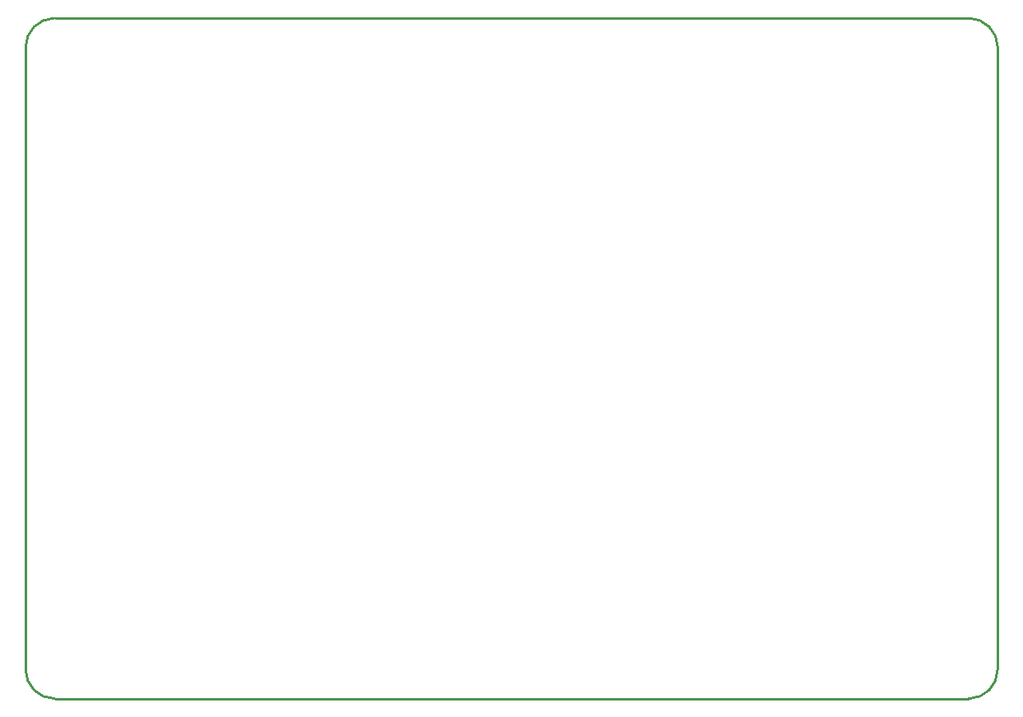
<source format=gko>
G04*
G04 #@! TF.GenerationSoftware,Altium Limited,Altium Designer,24.1.2 (44)*
G04*
G04 Layer_Color=16711935*
%FSLAX44Y44*%
%MOMM*%
G71*
G04*
G04 #@! TF.SameCoordinates,BB806972-894B-4990-B732-A97902CF1386*
G04*
G04*
G04 #@! TF.FilePolarity,Positive*
G04*
G01*
G75*
%ADD14C,0.2540*%
D14*
X970000Y0D02*
G03*
X1000000Y30000I0J30000D01*
G01*
X30000Y700000D02*
G03*
X0Y670000I0J-30000D01*
G01*
Y30000D02*
G03*
X30000Y0I30000J0D01*
G01*
X1000000Y670000D02*
G03*
X970000Y700000I-30000J0D01*
G01*
X30000Y0D02*
X970000D01*
X1000000Y30000D02*
Y670000D01*
X0Y30000D02*
Y670000D01*
X30000Y700000D02*
X970000D01*
M02*

</source>
